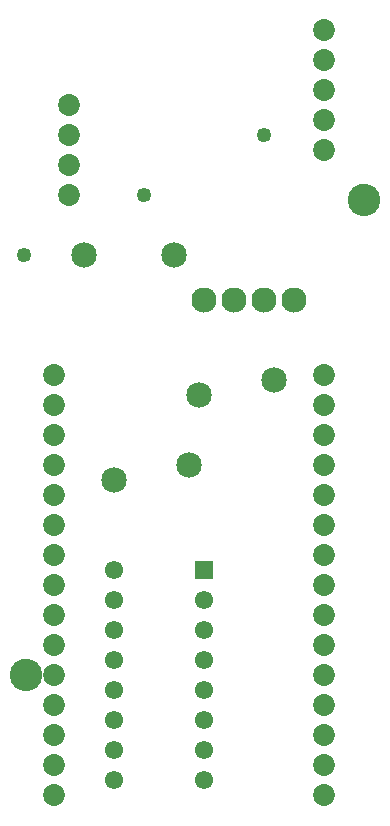
<source format=gbs>
G04 MADE WITH FRITZING*
G04 WWW.FRITZING.ORG*
G04 DOUBLE SIDED*
G04 HOLES PLATED*
G04 CONTOUR ON CENTER OF CONTOUR VECTOR*
%ASAXBY*%
%FSLAX23Y23*%
%MOIN*%
%OFA0B0*%
%SFA1.0B1.0*%
%ADD10C,0.057829*%
%ADD11C,0.061181*%
%ADD12C,0.049370*%
%ADD13C,0.072992*%
%ADD14C,0.085000*%
%ADD15C,0.083889*%
%ADD16C,0.108425*%
%ADD17R,0.061181X0.061181*%
%LNMASK0*%
G90*
G70*
G54D10*
X1101Y1470D03*
X204Y1670D03*
X204Y1570D03*
X204Y1470D03*
X204Y1370D03*
X204Y1271D03*
X1101Y1570D03*
X1101Y1670D03*
X1101Y1370D03*
X204Y1171D03*
X204Y1071D03*
X204Y971D03*
X204Y871D03*
X204Y771D03*
X204Y672D03*
X204Y572D03*
X204Y472D03*
X204Y372D03*
X204Y272D03*
X1101Y971D03*
X1101Y871D03*
X1101Y771D03*
X1101Y672D03*
X1101Y572D03*
X1101Y472D03*
X1101Y372D03*
X1101Y272D03*
X1101Y1271D03*
X1101Y1171D03*
X1101Y1071D03*
G54D11*
X701Y1020D03*
X401Y1020D03*
X701Y920D03*
X401Y920D03*
X701Y820D03*
X401Y820D03*
X701Y720D03*
X401Y720D03*
X701Y620D03*
X401Y620D03*
X701Y520D03*
X401Y520D03*
X701Y420D03*
X401Y420D03*
X701Y320D03*
X401Y320D03*
X701Y1020D03*
X401Y1020D03*
X701Y920D03*
X401Y920D03*
X701Y820D03*
X401Y820D03*
X701Y720D03*
X401Y720D03*
X701Y620D03*
X401Y620D03*
X701Y520D03*
X401Y520D03*
X701Y420D03*
X401Y420D03*
X701Y320D03*
X401Y320D03*
G54D12*
X901Y2470D03*
X501Y2270D03*
G54D13*
X201Y1670D03*
X201Y1570D03*
X201Y1470D03*
X201Y1370D03*
X201Y1270D03*
X201Y1170D03*
X201Y1070D03*
X201Y970D03*
X201Y870D03*
X201Y770D03*
X201Y670D03*
X201Y570D03*
X201Y470D03*
X201Y370D03*
X201Y270D03*
X1101Y270D03*
X1101Y370D03*
X1101Y470D03*
X1101Y570D03*
X1101Y670D03*
X1101Y770D03*
X1101Y870D03*
X1101Y970D03*
X1101Y1070D03*
X1101Y1170D03*
X1101Y2420D03*
X1101Y1270D03*
X1101Y2520D03*
X1101Y1370D03*
X251Y2370D03*
X1101Y2620D03*
X1101Y1470D03*
X251Y2470D03*
X1101Y2720D03*
X1101Y1570D03*
X251Y2570D03*
X1101Y2820D03*
X1101Y1670D03*
G54D14*
X401Y1320D03*
X684Y1603D03*
X651Y1370D03*
X934Y1653D03*
X601Y2070D03*
X301Y2070D03*
G54D15*
X1001Y1920D03*
X901Y1920D03*
X801Y1920D03*
X701Y1920D03*
G54D12*
X101Y2070D03*
G54D13*
X251Y2270D03*
G54D16*
X105Y670D03*
X1234Y2255D03*
G54D17*
X701Y1020D03*
X701Y1020D03*
G04 End of Mask0*
M02*
</source>
